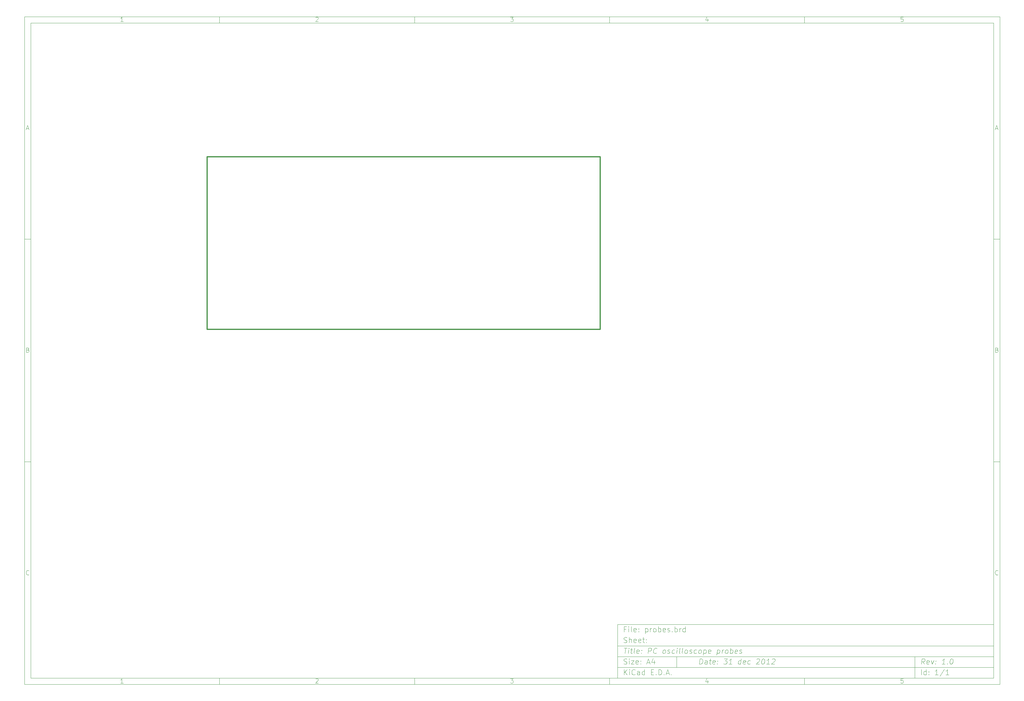
<source format=gbr>
G04 (created by PCBNEW (2012-nov-02)-testing) date 31.12.2012 (пн) 11,29,38 EET*
%MOIN*%
G04 Gerber Fmt 3.4, Leading zero omitted, Abs format*
%FSLAX34Y34*%
G01*
G70*
G90*
G04 APERTURE LIST*
%ADD10C,7.87402e-06*%
%ADD11C,0.012*%
G04 APERTURE END LIST*
G54D10*
X4000Y-4000D02*
X112930Y-4000D01*
X112930Y-78680D01*
X4000Y-78680D01*
X4000Y-4000D01*
X4700Y-4700D02*
X112230Y-4700D01*
X112230Y-77980D01*
X4700Y-77980D01*
X4700Y-4700D01*
X25780Y-4000D02*
X25780Y-4700D01*
X15032Y-4552D02*
X14747Y-4552D01*
X14890Y-4552D02*
X14890Y-4052D01*
X14842Y-4123D01*
X14794Y-4171D01*
X14747Y-4195D01*
X25780Y-78680D02*
X25780Y-77980D01*
X15032Y-78532D02*
X14747Y-78532D01*
X14890Y-78532D02*
X14890Y-78032D01*
X14842Y-78103D01*
X14794Y-78151D01*
X14747Y-78175D01*
X47560Y-4000D02*
X47560Y-4700D01*
X36527Y-4100D02*
X36550Y-4076D01*
X36598Y-4052D01*
X36717Y-4052D01*
X36765Y-4076D01*
X36789Y-4100D01*
X36812Y-4147D01*
X36812Y-4195D01*
X36789Y-4266D01*
X36503Y-4552D01*
X36812Y-4552D01*
X47560Y-78680D02*
X47560Y-77980D01*
X36527Y-78080D02*
X36550Y-78056D01*
X36598Y-78032D01*
X36717Y-78032D01*
X36765Y-78056D01*
X36789Y-78080D01*
X36812Y-78127D01*
X36812Y-78175D01*
X36789Y-78246D01*
X36503Y-78532D01*
X36812Y-78532D01*
X69340Y-4000D02*
X69340Y-4700D01*
X58283Y-4052D02*
X58592Y-4052D01*
X58426Y-4242D01*
X58497Y-4242D01*
X58545Y-4266D01*
X58569Y-4290D01*
X58592Y-4338D01*
X58592Y-4457D01*
X58569Y-4504D01*
X58545Y-4528D01*
X58497Y-4552D01*
X58354Y-4552D01*
X58307Y-4528D01*
X58283Y-4504D01*
X69340Y-78680D02*
X69340Y-77980D01*
X58283Y-78032D02*
X58592Y-78032D01*
X58426Y-78222D01*
X58497Y-78222D01*
X58545Y-78246D01*
X58569Y-78270D01*
X58592Y-78318D01*
X58592Y-78437D01*
X58569Y-78484D01*
X58545Y-78508D01*
X58497Y-78532D01*
X58354Y-78532D01*
X58307Y-78508D01*
X58283Y-78484D01*
X91120Y-4000D02*
X91120Y-4700D01*
X80325Y-4219D02*
X80325Y-4552D01*
X80206Y-4028D02*
X80087Y-4385D01*
X80396Y-4385D01*
X91120Y-78680D02*
X91120Y-77980D01*
X80325Y-78199D02*
X80325Y-78532D01*
X80206Y-78008D02*
X80087Y-78365D01*
X80396Y-78365D01*
X102129Y-4052D02*
X101890Y-4052D01*
X101867Y-4290D01*
X101890Y-4266D01*
X101938Y-4242D01*
X102057Y-4242D01*
X102105Y-4266D01*
X102129Y-4290D01*
X102152Y-4338D01*
X102152Y-4457D01*
X102129Y-4504D01*
X102105Y-4528D01*
X102057Y-4552D01*
X101938Y-4552D01*
X101890Y-4528D01*
X101867Y-4504D01*
X102129Y-78032D02*
X101890Y-78032D01*
X101867Y-78270D01*
X101890Y-78246D01*
X101938Y-78222D01*
X102057Y-78222D01*
X102105Y-78246D01*
X102129Y-78270D01*
X102152Y-78318D01*
X102152Y-78437D01*
X102129Y-78484D01*
X102105Y-78508D01*
X102057Y-78532D01*
X101938Y-78532D01*
X101890Y-78508D01*
X101867Y-78484D01*
X4000Y-28890D02*
X4700Y-28890D01*
X4230Y-16509D02*
X4469Y-16509D01*
X4183Y-16652D02*
X4350Y-16152D01*
X4516Y-16652D01*
X112930Y-28890D02*
X112230Y-28890D01*
X112460Y-16509D02*
X112699Y-16509D01*
X112413Y-16652D02*
X112580Y-16152D01*
X112746Y-16652D01*
X4000Y-53780D02*
X4700Y-53780D01*
X4385Y-41280D02*
X4457Y-41304D01*
X4480Y-41328D01*
X4504Y-41375D01*
X4504Y-41447D01*
X4480Y-41494D01*
X4457Y-41518D01*
X4409Y-41542D01*
X4219Y-41542D01*
X4219Y-41042D01*
X4385Y-41042D01*
X4433Y-41066D01*
X4457Y-41090D01*
X4480Y-41137D01*
X4480Y-41185D01*
X4457Y-41232D01*
X4433Y-41256D01*
X4385Y-41280D01*
X4219Y-41280D01*
X112930Y-53780D02*
X112230Y-53780D01*
X112615Y-41280D02*
X112687Y-41304D01*
X112710Y-41328D01*
X112734Y-41375D01*
X112734Y-41447D01*
X112710Y-41494D01*
X112687Y-41518D01*
X112639Y-41542D01*
X112449Y-41542D01*
X112449Y-41042D01*
X112615Y-41042D01*
X112663Y-41066D01*
X112687Y-41090D01*
X112710Y-41137D01*
X112710Y-41185D01*
X112687Y-41232D01*
X112663Y-41256D01*
X112615Y-41280D01*
X112449Y-41280D01*
X4504Y-66384D02*
X4480Y-66408D01*
X4409Y-66432D01*
X4361Y-66432D01*
X4290Y-66408D01*
X4242Y-66360D01*
X4219Y-66313D01*
X4195Y-66218D01*
X4195Y-66146D01*
X4219Y-66051D01*
X4242Y-66003D01*
X4290Y-65956D01*
X4361Y-65932D01*
X4409Y-65932D01*
X4480Y-65956D01*
X4504Y-65980D01*
X112734Y-66384D02*
X112710Y-66408D01*
X112639Y-66432D01*
X112591Y-66432D01*
X112520Y-66408D01*
X112472Y-66360D01*
X112449Y-66313D01*
X112425Y-66218D01*
X112425Y-66146D01*
X112449Y-66051D01*
X112472Y-66003D01*
X112520Y-65956D01*
X112591Y-65932D01*
X112639Y-65932D01*
X112710Y-65956D01*
X112734Y-65980D01*
X79380Y-76422D02*
X79455Y-75822D01*
X79597Y-75822D01*
X79680Y-75851D01*
X79730Y-75908D01*
X79751Y-75965D01*
X79765Y-76080D01*
X79755Y-76165D01*
X79712Y-76280D01*
X79676Y-76337D01*
X79612Y-76394D01*
X79522Y-76422D01*
X79380Y-76422D01*
X80237Y-76422D02*
X80276Y-76108D01*
X80255Y-76051D01*
X80201Y-76022D01*
X80087Y-76022D01*
X80026Y-76051D01*
X80240Y-76394D02*
X80180Y-76422D01*
X80037Y-76422D01*
X79983Y-76394D01*
X79962Y-76337D01*
X79969Y-76280D01*
X80005Y-76222D01*
X80065Y-76194D01*
X80208Y-76194D01*
X80269Y-76165D01*
X80487Y-76022D02*
X80715Y-76022D01*
X80597Y-75822D02*
X80533Y-76337D01*
X80555Y-76394D01*
X80608Y-76422D01*
X80665Y-76422D01*
X81097Y-76394D02*
X81037Y-76422D01*
X80922Y-76422D01*
X80869Y-76394D01*
X80847Y-76337D01*
X80876Y-76108D01*
X80912Y-76051D01*
X80972Y-76022D01*
X81087Y-76022D01*
X81140Y-76051D01*
X81162Y-76108D01*
X81155Y-76165D01*
X80862Y-76222D01*
X81387Y-76365D02*
X81412Y-76394D01*
X81380Y-76422D01*
X81355Y-76394D01*
X81387Y-76365D01*
X81380Y-76422D01*
X81426Y-76051D02*
X81451Y-76080D01*
X81419Y-76108D01*
X81394Y-76080D01*
X81426Y-76051D01*
X81419Y-76108D01*
X82140Y-75822D02*
X82512Y-75822D01*
X82283Y-76051D01*
X82369Y-76051D01*
X82422Y-76080D01*
X82447Y-76108D01*
X82469Y-76165D01*
X82451Y-76308D01*
X82415Y-76365D01*
X82383Y-76394D01*
X82322Y-76422D01*
X82151Y-76422D01*
X82097Y-76394D01*
X82072Y-76365D01*
X83008Y-76422D02*
X82665Y-76422D01*
X82837Y-76422D02*
X82912Y-75822D01*
X82844Y-75908D01*
X82780Y-75965D01*
X82719Y-75994D01*
X83980Y-76422D02*
X84055Y-75822D01*
X83983Y-76394D02*
X83922Y-76422D01*
X83808Y-76422D01*
X83755Y-76394D01*
X83730Y-76365D01*
X83708Y-76308D01*
X83730Y-76137D01*
X83765Y-76080D01*
X83797Y-76051D01*
X83858Y-76022D01*
X83972Y-76022D01*
X84026Y-76051D01*
X84497Y-76394D02*
X84437Y-76422D01*
X84322Y-76422D01*
X84269Y-76394D01*
X84247Y-76337D01*
X84276Y-76108D01*
X84312Y-76051D01*
X84372Y-76022D01*
X84487Y-76022D01*
X84540Y-76051D01*
X84562Y-76108D01*
X84555Y-76165D01*
X84262Y-76222D01*
X85040Y-76394D02*
X84980Y-76422D01*
X84865Y-76422D01*
X84812Y-76394D01*
X84787Y-76365D01*
X84765Y-76308D01*
X84787Y-76137D01*
X84822Y-76080D01*
X84855Y-76051D01*
X84915Y-76022D01*
X85030Y-76022D01*
X85083Y-76051D01*
X85790Y-75880D02*
X85822Y-75851D01*
X85883Y-75822D01*
X86026Y-75822D01*
X86080Y-75851D01*
X86105Y-75880D01*
X86126Y-75937D01*
X86119Y-75994D01*
X86080Y-76080D01*
X85694Y-76422D01*
X86065Y-76422D01*
X86512Y-75822D02*
X86569Y-75822D01*
X86622Y-75851D01*
X86647Y-75880D01*
X86669Y-75937D01*
X86683Y-76051D01*
X86665Y-76194D01*
X86622Y-76308D01*
X86587Y-76365D01*
X86555Y-76394D01*
X86494Y-76422D01*
X86437Y-76422D01*
X86383Y-76394D01*
X86358Y-76365D01*
X86337Y-76308D01*
X86322Y-76194D01*
X86340Y-76051D01*
X86383Y-75937D01*
X86419Y-75880D01*
X86451Y-75851D01*
X86512Y-75822D01*
X87208Y-76422D02*
X86865Y-76422D01*
X87037Y-76422D02*
X87112Y-75822D01*
X87044Y-75908D01*
X86980Y-75965D01*
X86919Y-75994D01*
X87505Y-75880D02*
X87537Y-75851D01*
X87597Y-75822D01*
X87740Y-75822D01*
X87794Y-75851D01*
X87819Y-75880D01*
X87840Y-75937D01*
X87833Y-75994D01*
X87794Y-76080D01*
X87408Y-76422D01*
X87780Y-76422D01*
X70972Y-77622D02*
X70972Y-77022D01*
X71315Y-77622D02*
X71058Y-77280D01*
X71315Y-77022D02*
X70972Y-77365D01*
X71572Y-77622D02*
X71572Y-77222D01*
X71572Y-77022D02*
X71544Y-77051D01*
X71572Y-77080D01*
X71601Y-77051D01*
X71572Y-77022D01*
X71572Y-77080D01*
X72201Y-77565D02*
X72172Y-77594D01*
X72087Y-77622D01*
X72030Y-77622D01*
X71944Y-77594D01*
X71887Y-77537D01*
X71858Y-77480D01*
X71830Y-77365D01*
X71830Y-77280D01*
X71858Y-77165D01*
X71887Y-77108D01*
X71944Y-77051D01*
X72030Y-77022D01*
X72087Y-77022D01*
X72172Y-77051D01*
X72201Y-77080D01*
X72715Y-77622D02*
X72715Y-77308D01*
X72687Y-77251D01*
X72630Y-77222D01*
X72515Y-77222D01*
X72458Y-77251D01*
X72715Y-77594D02*
X72658Y-77622D01*
X72515Y-77622D01*
X72458Y-77594D01*
X72430Y-77537D01*
X72430Y-77480D01*
X72458Y-77422D01*
X72515Y-77394D01*
X72658Y-77394D01*
X72715Y-77365D01*
X73258Y-77622D02*
X73258Y-77022D01*
X73258Y-77594D02*
X73201Y-77622D01*
X73087Y-77622D01*
X73030Y-77594D01*
X73001Y-77565D01*
X72972Y-77508D01*
X72972Y-77337D01*
X73001Y-77280D01*
X73030Y-77251D01*
X73087Y-77222D01*
X73201Y-77222D01*
X73258Y-77251D01*
X74001Y-77308D02*
X74201Y-77308D01*
X74287Y-77622D02*
X74001Y-77622D01*
X74001Y-77022D01*
X74287Y-77022D01*
X74544Y-77565D02*
X74572Y-77594D01*
X74544Y-77622D01*
X74515Y-77594D01*
X74544Y-77565D01*
X74544Y-77622D01*
X74829Y-77622D02*
X74829Y-77022D01*
X74972Y-77022D01*
X75058Y-77051D01*
X75115Y-77108D01*
X75144Y-77165D01*
X75172Y-77280D01*
X75172Y-77365D01*
X75144Y-77480D01*
X75115Y-77537D01*
X75058Y-77594D01*
X74972Y-77622D01*
X74829Y-77622D01*
X75429Y-77565D02*
X75458Y-77594D01*
X75429Y-77622D01*
X75401Y-77594D01*
X75429Y-77565D01*
X75429Y-77622D01*
X75687Y-77451D02*
X75972Y-77451D01*
X75629Y-77622D02*
X75829Y-77022D01*
X76029Y-77622D01*
X76229Y-77565D02*
X76258Y-77594D01*
X76229Y-77622D01*
X76201Y-77594D01*
X76229Y-77565D01*
X76229Y-77622D01*
X104522Y-76422D02*
X104358Y-76137D01*
X104180Y-76422D02*
X104255Y-75822D01*
X104483Y-75822D01*
X104537Y-75851D01*
X104562Y-75880D01*
X104583Y-75937D01*
X104572Y-76022D01*
X104537Y-76080D01*
X104505Y-76108D01*
X104444Y-76137D01*
X104215Y-76137D01*
X105012Y-76394D02*
X104951Y-76422D01*
X104837Y-76422D01*
X104783Y-76394D01*
X104762Y-76337D01*
X104790Y-76108D01*
X104826Y-76051D01*
X104887Y-76022D01*
X105001Y-76022D01*
X105055Y-76051D01*
X105076Y-76108D01*
X105069Y-76165D01*
X104776Y-76222D01*
X105287Y-76022D02*
X105380Y-76422D01*
X105572Y-76022D01*
X105758Y-76365D02*
X105783Y-76394D01*
X105751Y-76422D01*
X105726Y-76394D01*
X105758Y-76365D01*
X105751Y-76422D01*
X105797Y-76051D02*
X105822Y-76080D01*
X105790Y-76108D01*
X105765Y-76080D01*
X105797Y-76051D01*
X105790Y-76108D01*
X106808Y-76422D02*
X106465Y-76422D01*
X106637Y-76422D02*
X106712Y-75822D01*
X106644Y-75908D01*
X106580Y-75965D01*
X106519Y-75994D01*
X107072Y-76365D02*
X107097Y-76394D01*
X107065Y-76422D01*
X107040Y-76394D01*
X107072Y-76365D01*
X107065Y-76422D01*
X107540Y-75822D02*
X107597Y-75822D01*
X107651Y-75851D01*
X107676Y-75880D01*
X107697Y-75937D01*
X107712Y-76051D01*
X107694Y-76194D01*
X107651Y-76308D01*
X107615Y-76365D01*
X107583Y-76394D01*
X107522Y-76422D01*
X107465Y-76422D01*
X107412Y-76394D01*
X107387Y-76365D01*
X107365Y-76308D01*
X107351Y-76194D01*
X107369Y-76051D01*
X107412Y-75937D01*
X107447Y-75880D01*
X107480Y-75851D01*
X107540Y-75822D01*
X70944Y-76394D02*
X71030Y-76422D01*
X71172Y-76422D01*
X71230Y-76394D01*
X71258Y-76365D01*
X71287Y-76308D01*
X71287Y-76251D01*
X71258Y-76194D01*
X71230Y-76165D01*
X71172Y-76137D01*
X71058Y-76108D01*
X71001Y-76080D01*
X70972Y-76051D01*
X70944Y-75994D01*
X70944Y-75937D01*
X70972Y-75880D01*
X71001Y-75851D01*
X71058Y-75822D01*
X71201Y-75822D01*
X71287Y-75851D01*
X71544Y-76422D02*
X71544Y-76022D01*
X71544Y-75822D02*
X71515Y-75851D01*
X71544Y-75880D01*
X71572Y-75851D01*
X71544Y-75822D01*
X71544Y-75880D01*
X71772Y-76022D02*
X72087Y-76022D01*
X71772Y-76422D01*
X72087Y-76422D01*
X72544Y-76394D02*
X72487Y-76422D01*
X72372Y-76422D01*
X72315Y-76394D01*
X72287Y-76337D01*
X72287Y-76108D01*
X72315Y-76051D01*
X72372Y-76022D01*
X72487Y-76022D01*
X72544Y-76051D01*
X72572Y-76108D01*
X72572Y-76165D01*
X72287Y-76222D01*
X72830Y-76365D02*
X72858Y-76394D01*
X72830Y-76422D01*
X72801Y-76394D01*
X72830Y-76365D01*
X72830Y-76422D01*
X72830Y-76051D02*
X72858Y-76080D01*
X72830Y-76108D01*
X72801Y-76080D01*
X72830Y-76051D01*
X72830Y-76108D01*
X73544Y-76251D02*
X73830Y-76251D01*
X73487Y-76422D02*
X73687Y-75822D01*
X73887Y-76422D01*
X74344Y-76022D02*
X74344Y-76422D01*
X74201Y-75794D02*
X74058Y-76222D01*
X74430Y-76222D01*
X104172Y-77622D02*
X104172Y-77022D01*
X104715Y-77622D02*
X104715Y-77022D01*
X104715Y-77594D02*
X104658Y-77622D01*
X104544Y-77622D01*
X104487Y-77594D01*
X104458Y-77565D01*
X104430Y-77508D01*
X104430Y-77337D01*
X104458Y-77280D01*
X104487Y-77251D01*
X104544Y-77222D01*
X104658Y-77222D01*
X104715Y-77251D01*
X105001Y-77565D02*
X105030Y-77594D01*
X105001Y-77622D01*
X104972Y-77594D01*
X105001Y-77565D01*
X105001Y-77622D01*
X105001Y-77251D02*
X105030Y-77280D01*
X105001Y-77308D01*
X104972Y-77280D01*
X105001Y-77251D01*
X105001Y-77308D01*
X106058Y-77622D02*
X105715Y-77622D01*
X105887Y-77622D02*
X105887Y-77022D01*
X105829Y-77108D01*
X105772Y-77165D01*
X105715Y-77194D01*
X106744Y-76994D02*
X106230Y-77765D01*
X107258Y-77622D02*
X106915Y-77622D01*
X107087Y-77622D02*
X107087Y-77022D01*
X107029Y-77108D01*
X106972Y-77165D01*
X106915Y-77194D01*
X70969Y-74622D02*
X71312Y-74622D01*
X71065Y-75222D02*
X71140Y-74622D01*
X71437Y-75222D02*
X71487Y-74822D01*
X71512Y-74622D02*
X71480Y-74651D01*
X71505Y-74680D01*
X71537Y-74651D01*
X71512Y-74622D01*
X71505Y-74680D01*
X71687Y-74822D02*
X71915Y-74822D01*
X71797Y-74622D02*
X71733Y-75137D01*
X71755Y-75194D01*
X71808Y-75222D01*
X71865Y-75222D01*
X72151Y-75222D02*
X72097Y-75194D01*
X72076Y-75137D01*
X72140Y-74622D01*
X72612Y-75194D02*
X72551Y-75222D01*
X72437Y-75222D01*
X72383Y-75194D01*
X72362Y-75137D01*
X72390Y-74908D01*
X72426Y-74851D01*
X72487Y-74822D01*
X72601Y-74822D01*
X72655Y-74851D01*
X72676Y-74908D01*
X72669Y-74965D01*
X72376Y-75022D01*
X72901Y-75165D02*
X72926Y-75194D01*
X72894Y-75222D01*
X72869Y-75194D01*
X72901Y-75165D01*
X72894Y-75222D01*
X72940Y-74851D02*
X72965Y-74880D01*
X72933Y-74908D01*
X72908Y-74880D01*
X72940Y-74851D01*
X72933Y-74908D01*
X73637Y-75222D02*
X73712Y-74622D01*
X73940Y-74622D01*
X73994Y-74651D01*
X74019Y-74680D01*
X74040Y-74737D01*
X74030Y-74822D01*
X73994Y-74880D01*
X73962Y-74908D01*
X73901Y-74937D01*
X73672Y-74937D01*
X74587Y-75165D02*
X74555Y-75194D01*
X74465Y-75222D01*
X74408Y-75222D01*
X74326Y-75194D01*
X74276Y-75137D01*
X74255Y-75080D01*
X74240Y-74965D01*
X74251Y-74880D01*
X74294Y-74765D01*
X74330Y-74708D01*
X74394Y-74651D01*
X74483Y-74622D01*
X74540Y-74622D01*
X74622Y-74651D01*
X74647Y-74680D01*
X75380Y-75222D02*
X75326Y-75194D01*
X75301Y-75165D01*
X75280Y-75108D01*
X75301Y-74937D01*
X75337Y-74880D01*
X75369Y-74851D01*
X75430Y-74822D01*
X75515Y-74822D01*
X75569Y-74851D01*
X75594Y-74880D01*
X75615Y-74937D01*
X75594Y-75108D01*
X75558Y-75165D01*
X75526Y-75194D01*
X75465Y-75222D01*
X75380Y-75222D01*
X75812Y-75194D02*
X75865Y-75222D01*
X75980Y-75222D01*
X76040Y-75194D01*
X76076Y-75137D01*
X76080Y-75108D01*
X76058Y-75051D01*
X76005Y-75022D01*
X75919Y-75022D01*
X75865Y-74994D01*
X75844Y-74937D01*
X75847Y-74908D01*
X75883Y-74851D01*
X75944Y-74822D01*
X76030Y-74822D01*
X76083Y-74851D01*
X76583Y-75194D02*
X76522Y-75222D01*
X76408Y-75222D01*
X76355Y-75194D01*
X76330Y-75165D01*
X76308Y-75108D01*
X76330Y-74937D01*
X76365Y-74880D01*
X76397Y-74851D01*
X76458Y-74822D01*
X76572Y-74822D01*
X76626Y-74851D01*
X76837Y-75222D02*
X76887Y-74822D01*
X76912Y-74622D02*
X76880Y-74651D01*
X76905Y-74680D01*
X76937Y-74651D01*
X76912Y-74622D01*
X76905Y-74680D01*
X77208Y-75222D02*
X77155Y-75194D01*
X77133Y-75137D01*
X77197Y-74622D01*
X77522Y-75222D02*
X77469Y-75194D01*
X77447Y-75137D01*
X77512Y-74622D01*
X77837Y-75222D02*
X77783Y-75194D01*
X77758Y-75165D01*
X77737Y-75108D01*
X77758Y-74937D01*
X77794Y-74880D01*
X77826Y-74851D01*
X77887Y-74822D01*
X77972Y-74822D01*
X78026Y-74851D01*
X78051Y-74880D01*
X78072Y-74937D01*
X78051Y-75108D01*
X78015Y-75165D01*
X77983Y-75194D01*
X77922Y-75222D01*
X77837Y-75222D01*
X78269Y-75194D02*
X78322Y-75222D01*
X78437Y-75222D01*
X78497Y-75194D01*
X78533Y-75137D01*
X78537Y-75108D01*
X78515Y-75051D01*
X78462Y-75022D01*
X78376Y-75022D01*
X78322Y-74994D01*
X78301Y-74937D01*
X78305Y-74908D01*
X78340Y-74851D01*
X78401Y-74822D01*
X78487Y-74822D01*
X78540Y-74851D01*
X79040Y-75194D02*
X78980Y-75222D01*
X78865Y-75222D01*
X78812Y-75194D01*
X78787Y-75165D01*
X78765Y-75108D01*
X78787Y-74937D01*
X78822Y-74880D01*
X78855Y-74851D01*
X78915Y-74822D01*
X79030Y-74822D01*
X79083Y-74851D01*
X79380Y-75222D02*
X79326Y-75194D01*
X79301Y-75165D01*
X79280Y-75108D01*
X79301Y-74937D01*
X79337Y-74880D01*
X79369Y-74851D01*
X79430Y-74822D01*
X79515Y-74822D01*
X79569Y-74851D01*
X79594Y-74880D01*
X79615Y-74937D01*
X79594Y-75108D01*
X79558Y-75165D01*
X79526Y-75194D01*
X79465Y-75222D01*
X79380Y-75222D01*
X79887Y-74822D02*
X79812Y-75422D01*
X79883Y-74851D02*
X79944Y-74822D01*
X80058Y-74822D01*
X80112Y-74851D01*
X80137Y-74880D01*
X80158Y-74937D01*
X80137Y-75108D01*
X80101Y-75165D01*
X80069Y-75194D01*
X80008Y-75222D01*
X79894Y-75222D01*
X79840Y-75194D01*
X80612Y-75194D02*
X80551Y-75222D01*
X80437Y-75222D01*
X80383Y-75194D01*
X80362Y-75137D01*
X80390Y-74908D01*
X80426Y-74851D01*
X80487Y-74822D01*
X80601Y-74822D01*
X80655Y-74851D01*
X80676Y-74908D01*
X80669Y-74965D01*
X80376Y-75022D01*
X81401Y-74822D02*
X81326Y-75422D01*
X81397Y-74851D02*
X81458Y-74822D01*
X81572Y-74822D01*
X81626Y-74851D01*
X81651Y-74880D01*
X81672Y-74937D01*
X81651Y-75108D01*
X81615Y-75165D01*
X81583Y-75194D01*
X81522Y-75222D01*
X81408Y-75222D01*
X81355Y-75194D01*
X81894Y-75222D02*
X81944Y-74822D01*
X81930Y-74937D02*
X81965Y-74880D01*
X81997Y-74851D01*
X82058Y-74822D01*
X82115Y-74822D01*
X82351Y-75222D02*
X82297Y-75194D01*
X82272Y-75165D01*
X82251Y-75108D01*
X82272Y-74937D01*
X82308Y-74880D01*
X82340Y-74851D01*
X82401Y-74822D01*
X82487Y-74822D01*
X82540Y-74851D01*
X82565Y-74880D01*
X82587Y-74937D01*
X82565Y-75108D01*
X82530Y-75165D01*
X82497Y-75194D01*
X82437Y-75222D01*
X82351Y-75222D01*
X82808Y-75222D02*
X82883Y-74622D01*
X82855Y-74851D02*
X82915Y-74822D01*
X83030Y-74822D01*
X83083Y-74851D01*
X83108Y-74880D01*
X83130Y-74937D01*
X83108Y-75108D01*
X83072Y-75165D01*
X83040Y-75194D01*
X82980Y-75222D01*
X82865Y-75222D01*
X82812Y-75194D01*
X83583Y-75194D02*
X83522Y-75222D01*
X83408Y-75222D01*
X83355Y-75194D01*
X83333Y-75137D01*
X83362Y-74908D01*
X83397Y-74851D01*
X83458Y-74822D01*
X83572Y-74822D01*
X83626Y-74851D01*
X83647Y-74908D01*
X83640Y-74965D01*
X83347Y-75022D01*
X83840Y-75194D02*
X83894Y-75222D01*
X84008Y-75222D01*
X84069Y-75194D01*
X84105Y-75137D01*
X84108Y-75108D01*
X84087Y-75051D01*
X84033Y-75022D01*
X83947Y-75022D01*
X83894Y-74994D01*
X83872Y-74937D01*
X83876Y-74908D01*
X83912Y-74851D01*
X83972Y-74822D01*
X84058Y-74822D01*
X84112Y-74851D01*
X71172Y-72508D02*
X70972Y-72508D01*
X70972Y-72822D02*
X70972Y-72222D01*
X71258Y-72222D01*
X71487Y-72822D02*
X71487Y-72422D01*
X71487Y-72222D02*
X71458Y-72251D01*
X71487Y-72280D01*
X71515Y-72251D01*
X71487Y-72222D01*
X71487Y-72280D01*
X71858Y-72822D02*
X71801Y-72794D01*
X71772Y-72737D01*
X71772Y-72222D01*
X72315Y-72794D02*
X72258Y-72822D01*
X72144Y-72822D01*
X72087Y-72794D01*
X72058Y-72737D01*
X72058Y-72508D01*
X72087Y-72451D01*
X72144Y-72422D01*
X72258Y-72422D01*
X72315Y-72451D01*
X72344Y-72508D01*
X72344Y-72565D01*
X72058Y-72622D01*
X72601Y-72765D02*
X72630Y-72794D01*
X72601Y-72822D01*
X72572Y-72794D01*
X72601Y-72765D01*
X72601Y-72822D01*
X72601Y-72451D02*
X72630Y-72480D01*
X72601Y-72508D01*
X72572Y-72480D01*
X72601Y-72451D01*
X72601Y-72508D01*
X73344Y-72422D02*
X73344Y-73022D01*
X73344Y-72451D02*
X73401Y-72422D01*
X73515Y-72422D01*
X73572Y-72451D01*
X73601Y-72480D01*
X73630Y-72537D01*
X73630Y-72708D01*
X73601Y-72765D01*
X73572Y-72794D01*
X73515Y-72822D01*
X73401Y-72822D01*
X73344Y-72794D01*
X73887Y-72822D02*
X73887Y-72422D01*
X73887Y-72537D02*
X73915Y-72480D01*
X73944Y-72451D01*
X74001Y-72422D01*
X74058Y-72422D01*
X74344Y-72822D02*
X74287Y-72794D01*
X74258Y-72765D01*
X74230Y-72708D01*
X74230Y-72537D01*
X74258Y-72480D01*
X74287Y-72451D01*
X74344Y-72422D01*
X74430Y-72422D01*
X74487Y-72451D01*
X74515Y-72480D01*
X74544Y-72537D01*
X74544Y-72708D01*
X74515Y-72765D01*
X74487Y-72794D01*
X74430Y-72822D01*
X74344Y-72822D01*
X74801Y-72822D02*
X74801Y-72222D01*
X74801Y-72451D02*
X74858Y-72422D01*
X74972Y-72422D01*
X75030Y-72451D01*
X75058Y-72480D01*
X75087Y-72537D01*
X75087Y-72708D01*
X75058Y-72765D01*
X75030Y-72794D01*
X74972Y-72822D01*
X74858Y-72822D01*
X74801Y-72794D01*
X75572Y-72794D02*
X75515Y-72822D01*
X75401Y-72822D01*
X75344Y-72794D01*
X75315Y-72737D01*
X75315Y-72508D01*
X75344Y-72451D01*
X75401Y-72422D01*
X75515Y-72422D01*
X75572Y-72451D01*
X75601Y-72508D01*
X75601Y-72565D01*
X75315Y-72622D01*
X75830Y-72794D02*
X75887Y-72822D01*
X76001Y-72822D01*
X76058Y-72794D01*
X76087Y-72737D01*
X76087Y-72708D01*
X76058Y-72651D01*
X76001Y-72622D01*
X75915Y-72622D01*
X75858Y-72594D01*
X75830Y-72537D01*
X75830Y-72508D01*
X75858Y-72451D01*
X75915Y-72422D01*
X76001Y-72422D01*
X76058Y-72451D01*
X76344Y-72765D02*
X76372Y-72794D01*
X76344Y-72822D01*
X76315Y-72794D01*
X76344Y-72765D01*
X76344Y-72822D01*
X76630Y-72822D02*
X76630Y-72222D01*
X76630Y-72451D02*
X76687Y-72422D01*
X76801Y-72422D01*
X76858Y-72451D01*
X76887Y-72480D01*
X76915Y-72537D01*
X76915Y-72708D01*
X76887Y-72765D01*
X76858Y-72794D01*
X76801Y-72822D01*
X76687Y-72822D01*
X76630Y-72794D01*
X77172Y-72822D02*
X77172Y-72422D01*
X77172Y-72537D02*
X77201Y-72480D01*
X77230Y-72451D01*
X77287Y-72422D01*
X77344Y-72422D01*
X77801Y-72822D02*
X77801Y-72222D01*
X77801Y-72794D02*
X77744Y-72822D01*
X77630Y-72822D01*
X77572Y-72794D01*
X77544Y-72765D01*
X77515Y-72708D01*
X77515Y-72537D01*
X77544Y-72480D01*
X77572Y-72451D01*
X77630Y-72422D01*
X77744Y-72422D01*
X77801Y-72451D01*
X70944Y-73994D02*
X71030Y-74022D01*
X71172Y-74022D01*
X71230Y-73994D01*
X71258Y-73965D01*
X71287Y-73908D01*
X71287Y-73851D01*
X71258Y-73794D01*
X71230Y-73765D01*
X71172Y-73737D01*
X71058Y-73708D01*
X71001Y-73680D01*
X70972Y-73651D01*
X70944Y-73594D01*
X70944Y-73537D01*
X70972Y-73480D01*
X71001Y-73451D01*
X71058Y-73422D01*
X71201Y-73422D01*
X71287Y-73451D01*
X71544Y-74022D02*
X71544Y-73422D01*
X71801Y-74022D02*
X71801Y-73708D01*
X71772Y-73651D01*
X71715Y-73622D01*
X71630Y-73622D01*
X71572Y-73651D01*
X71544Y-73680D01*
X72315Y-73994D02*
X72258Y-74022D01*
X72144Y-74022D01*
X72087Y-73994D01*
X72058Y-73937D01*
X72058Y-73708D01*
X72087Y-73651D01*
X72144Y-73622D01*
X72258Y-73622D01*
X72315Y-73651D01*
X72344Y-73708D01*
X72344Y-73765D01*
X72058Y-73822D01*
X72830Y-73994D02*
X72772Y-74022D01*
X72658Y-74022D01*
X72601Y-73994D01*
X72572Y-73937D01*
X72572Y-73708D01*
X72601Y-73651D01*
X72658Y-73622D01*
X72772Y-73622D01*
X72830Y-73651D01*
X72858Y-73708D01*
X72858Y-73765D01*
X72572Y-73822D01*
X73030Y-73622D02*
X73258Y-73622D01*
X73115Y-73422D02*
X73115Y-73937D01*
X73144Y-73994D01*
X73201Y-74022D01*
X73258Y-74022D01*
X73458Y-73965D02*
X73487Y-73994D01*
X73458Y-74022D01*
X73430Y-73994D01*
X73458Y-73965D01*
X73458Y-74022D01*
X73458Y-73651D02*
X73487Y-73680D01*
X73458Y-73708D01*
X73430Y-73680D01*
X73458Y-73651D01*
X73458Y-73708D01*
X70230Y-71980D02*
X70230Y-77980D01*
X70230Y-71980D02*
X112230Y-71980D01*
X70230Y-71980D02*
X112230Y-71980D01*
X70230Y-74380D02*
X112230Y-74380D01*
X103430Y-75580D02*
X103430Y-77980D01*
X70230Y-76780D02*
X112230Y-76780D01*
X70230Y-75580D02*
X112230Y-75580D01*
X76830Y-75580D02*
X76830Y-76780D01*
G54D11*
X68307Y-19685D02*
X68307Y-38976D01*
X24409Y-19685D02*
X68307Y-19685D01*
X24409Y-20078D02*
X24409Y-19685D01*
X24409Y-20669D02*
X24409Y-20078D01*
X24409Y-38976D02*
X24409Y-20669D01*
X68307Y-38976D02*
X24409Y-38976D01*
M02*

</source>
